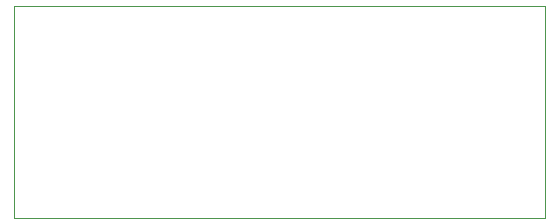
<source format=gbr>
%TF.GenerationSoftware,KiCad,Pcbnew,5.1.6-c6e7f7d~87~ubuntu20.04.1*%
%TF.CreationDate,2022-05-26T15:44:46+02:00*%
%TF.ProjectId,interface_down_left_side_arm,696e7465-7266-4616-9365-5f646f776e5f,rev?*%
%TF.SameCoordinates,PX5f5e038PY7086ec8*%
%TF.FileFunction,Profile,NP*%
%FSLAX46Y46*%
G04 Gerber Fmt 4.6, Leading zero omitted, Abs format (unit mm)*
G04 Created by KiCad (PCBNEW 5.1.6-c6e7f7d~87~ubuntu20.04.1) date 2022-05-26 15:44:46*
%MOMM*%
%LPD*%
G01*
G04 APERTURE LIST*
%TA.AperFunction,Profile*%
%ADD10C,0.050000*%
%TD*%
G04 APERTURE END LIST*
D10*
X45000200Y17993160D02*
X45000200Y-6840D01*
X200Y17993160D02*
X200Y-6840D01*
X200Y-6840D02*
X45000200Y-6840D01*
X200Y17993160D02*
X45000200Y17993160D01*
M02*

</source>
